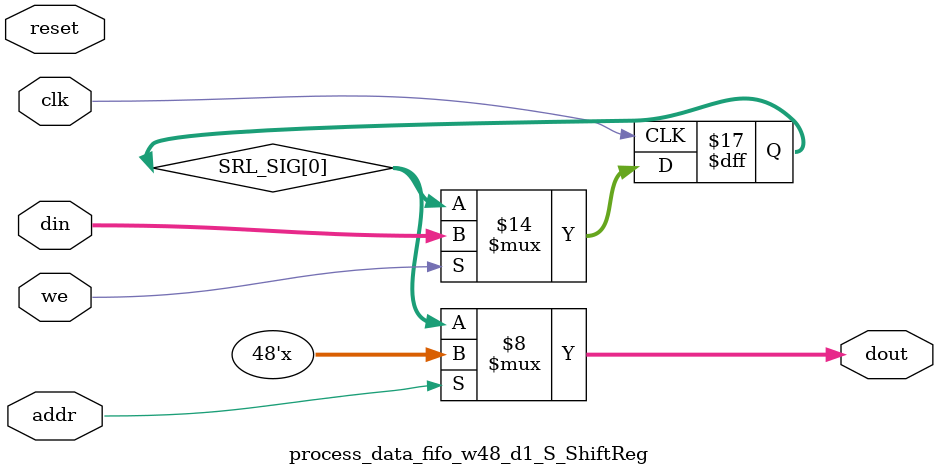
<source format=v>

`timescale 1 ns / 1 ps


module process_data_fifo_w48_d1_S
#(parameter
    MEM_STYLE   = "shiftReg",
    DATA_WIDTH  = 48,
    ADDR_WIDTH  = 1,
    DEPTH       = 1)
(
    // system signal
    input  wire                  clk,
    input  wire                  reset,

    // write
    output wire                  if_full_n,
    input  wire                  if_write_ce,
    input  wire                  if_write,
    input  wire [DATA_WIDTH-1:0] if_din,
    
    // read 
    output wire [ADDR_WIDTH:0]   if_num_data_valid, // for FRP
    output wire [ADDR_WIDTH:0]   if_fifo_cap,       // for FRP
    output wire                  if_empty_n,
    input  wire                  if_read_ce,
    input  wire                  if_read,
    output wire [DATA_WIDTH-1:0] if_dout
);
//------------------------Parameter----------------------

//------------------------Local signal-------------------
    wire [ADDR_WIDTH-1:0]     addr;
    wire                      push;
    wire                      pop;
    reg signed [ADDR_WIDTH:0] mOutPtr;
    reg                       empty_n = 1'b0;
    reg                       full_n  = 1'b1;
    // with almost full?  no 
    // has output register?  no 
//------------------------Instantiation------------------
    process_data_fifo_w48_d1_S_ShiftReg 
    #(  .DATA_WIDTH (DATA_WIDTH),
        .ADDR_WIDTH (ADDR_WIDTH),
        .DEPTH      (DEPTH))
    U_process_data_fifo_w48_d1_S_ShiftReg (
        .clk        (clk),
        .reset      (reset),
        .we         (push),
        .addr       (addr),
        .din        (if_din),
        .dout       (if_dout)
    );
//------------------------Task and function--------------

//------------------------Body---------------------------
    // has num_data_valid ? 
    assign if_num_data_valid = mOutPtr + 1'b1; // yes
    assign if_fifo_cap = DEPTH; // yes  

    // has almost full ? 
    assign if_full_n  = full_n; //no 
    assign push       = full_n & if_write_ce & if_write;

    // has output register? 
    assign if_empty_n = empty_n;  // no
    assign pop        = empty_n & if_read_ce & if_read; // no 

    assign addr       = mOutPtr[ADDR_WIDTH] == 1'b0 ? mOutPtr[ADDR_WIDTH-1:0] : {ADDR_WIDTH{1'b0}};

    // mOutPtr
    always @(posedge clk) begin
        if (reset == 1'b1)
            mOutPtr <= {ADDR_WIDTH+1{1'b1}};
        else if (push & ~pop)
            mOutPtr <= mOutPtr + 1'b1;
        else if (~push & pop)
            mOutPtr <= mOutPtr - 1'b1;
    end

    // full_n
    always @(posedge clk) begin
        if (reset == 1'b1)
            full_n <= 1'b1;
        else if (push & ~pop) begin
            if (mOutPtr == DEPTH - 2)
                full_n <= 1'b0;
        end
        else if (~push & pop)
            full_n <= 1'b1;
    end

    // almost_full_n 

    // empty_n
    always @(posedge clk) begin
        if (reset == 1'b1)
            empty_n <= 1'b0;
        else if (push & ~pop)
            empty_n <= 1'b1;
        else if (~push & pop) begin
            if (mOutPtr == 0)
                empty_n <= 1'b0;
        end
    end
 
    // num_data_valid 

    // dout_vld 

endmodule  


module process_data_fifo_w48_d1_S_ShiftReg
#(parameter
    DATA_WIDTH  = 48,
    ADDR_WIDTH  = 1,
    DEPTH       = 1)
(
    input  wire                  clk,
    input  wire                  reset,
    input  wire                  we,
    input  wire [ADDR_WIDTH-1:0] addr,
    input  wire [DATA_WIDTH-1:0] din,
    //output register? 
    output wire [DATA_WIDTH-1:0] dout // no 
);

    reg [DATA_WIDTH-1:0] SRL_SIG [0:DEPTH-1];
    integer i;

    always @ (posedge clk) begin
        if (we) begin
            for (i=0; i<DEPTH-1; i=i+1)
                SRL_SIG[i+1] <= SRL_SIG[i];
            SRL_SIG[0] <= din;
        end
    end

    //read from SRL, output register? 
    assign dout = SRL_SIG[addr];// no 

endmodule

</source>
